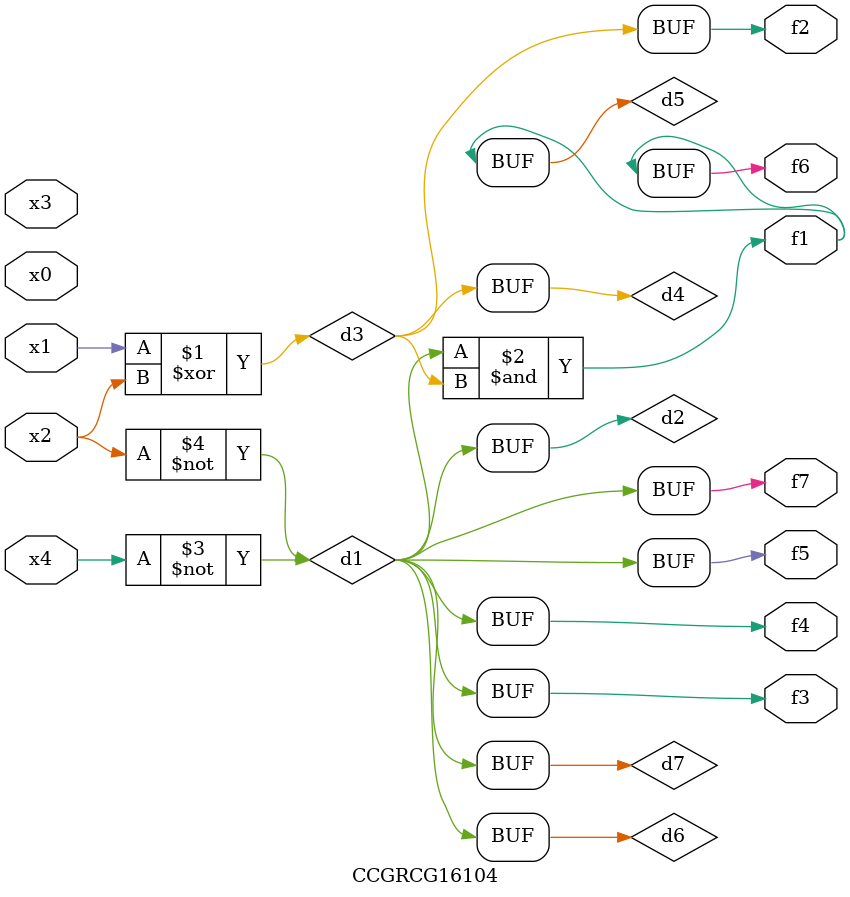
<source format=v>
module CCGRCG16104(
	input x0, x1, x2, x3, x4,
	output f1, f2, f3, f4, f5, f6, f7
);

	wire d1, d2, d3, d4, d5, d6, d7;

	not (d1, x4);
	not (d2, x2);
	xor (d3, x1, x2);
	buf (d4, d3);
	and (d5, d1, d3);
	buf (d6, d1, d2);
	buf (d7, d2);
	assign f1 = d5;
	assign f2 = d4;
	assign f3 = d7;
	assign f4 = d7;
	assign f5 = d7;
	assign f6 = d5;
	assign f7 = d7;
endmodule

</source>
